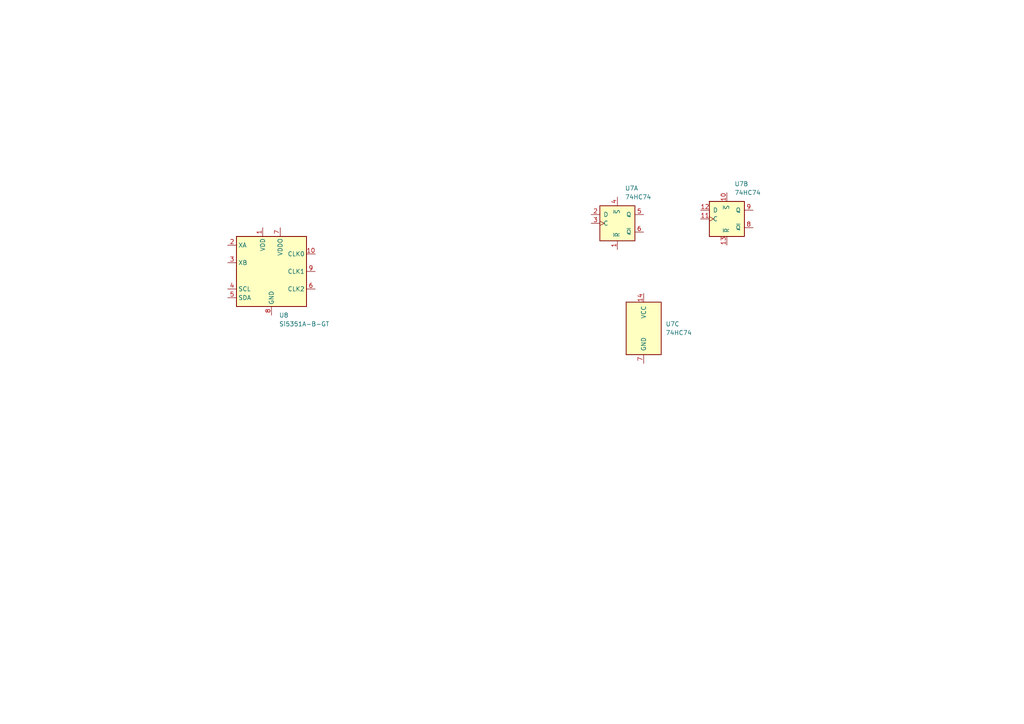
<source format=kicad_sch>
(kicad_sch (version 20231120) (generator "eeschema") (generator_version "8.0")
  (paper "A4")
  (lib_symbols
    (symbol "74xx:74HC74" (pin_names (offset 1.016))
      (property "Reference" "U" (at -7.62 8.89 0))
      (property "Value" "74HC74" (at -7.62 -8.89 0))
      (symbol "74HC74_1_0"
        (pin input line (at 0 -7.62 90) (length 2.54) (name "~{R}") (number "1"))
        (pin input line (at -7.62 2.54 0) (length 2.54) (name "D") (number "2"))
        (pin input clock (at -7.62 0 0) (length 2.54) (name "C") (number "3"))
        (pin input line (at 0 7.62 270) (length 2.54) (name "~{S}") (number "4"))
        (pin output line (at 7.62 2.54 180) (length 2.54) (name "Q") (number "5"))
        (pin output line (at 7.62 -2.54 180) (length 2.54) (name "~{Q}") (number "6"))
      )
      (symbol "74HC74_1_1"
        (rectangle (start -5.08 5.08) (end 5.08 -5.08) (stroke (width 0.254)) (fill (type background)))
      )
      (symbol "74HC74_2_0"
        (pin input line (at 0 7.62 270) (length 2.54) (name "~{S}") (number "10"))
        (pin input clock (at -7.62 0 0) (length 2.54) (name "C") (number "11"))
        (pin input line (at -7.62 2.54 0) (length 2.54) (name "D") (number "12"))
        (pin input line (at 0 -7.62 90) (length 2.54) (name "~{R}") (number "13"))
        (pin output line (at 7.62 -2.54 180) (length 2.54) (name "~{Q}") (number "8"))
        (pin output line (at 7.62 2.54 180) (length 2.54) (name "Q") (number "9"))
      )
      (symbol "74HC74_2_1"
        (rectangle (start -5.08 5.08) (end 5.08 -5.08) (stroke (width 0.254)) (fill (type background)))
      )
      (symbol "74HC74_3_0"
        (pin power_in line (at 0 10.16 270) (length 2.54) (name "VCC") (number "14"))
        (pin power_in line (at 0 -10.16 90) (length 2.54) (name "GND") (number "7"))
      )
      (symbol "74HC74_3_1"
        (rectangle (start -5.08 7.62) (end 5.08 -7.62) (stroke (width 0.254)) (fill (type background)))
      )
    )
    (symbol "Oscillator:Si5351A-B-GT"
      (property "Reference" "U" (at -8.89 11.43 0))
      (property "Value" "Si5351A-B-GT" (at -12.7 -12.7 0))
      (symbol "Si5351A-B-GT_0_1"
        (rectangle (start -10.16 10.16) (end 10.16 -10.16) (stroke (width 0.254)) (fill (type background)))
      )
      (symbol "Si5351A-B-GT_1_1"
        (pin power_in line (at -2.54 12.7 270) (length 2.54) (name "VDD") (number "1"))
        (pin output line (at 12.7 5.08 180) (length 2.54) (name "CLK0") (number "10"))
        (pin input line (at -12.7 7.62 0) (length 2.54) (name "XA") (number "2"))
        (pin input line (at -12.7 2.54 0) (length 2.54) (name "XB") (number "3"))
        (pin input line (at -12.7 -5.08 0) (length 2.54) (name "SCL") (number "4"))
        (pin bidirectional line (at -12.7 -7.62 0) (length 2.54) (name "SDA") (number "5"))
        (pin output line (at 12.7 -5.08 180) (length 2.54) (name "CLK2") (number "6"))
        (pin power_in line (at 2.54 12.7 270) (length 2.54) (name "VDDO") (number "7"))
        (pin power_in line (at 0 -12.7 90) (length 2.54) (name "GND") (number "8"))
        (pin output line (at 12.7 0 180) (length 2.54) (name "CLK1") (number "9"))
      )
    )
  )
  (symbol (lib_id "74xx:74HC74") (at 179.07 64.77 0) (unit 1)
    (property "Reference" "U7" (at 181.2641 54.61 0) (effects (justify left)))
    (property "Value" "74HC74" (at 181.2641 57.15 0) (effects (justify left)))
    (property "Datasheet" "74xx/74hc_hct74.pdf" (effects (hide yes)))
    (property "Description" "Dual D Flip-flop, Set & Reset" (effects (hide yes)))
  )
  (symbol (lib_id "74xx:74HC74") (at 186.69 95.25 0) (unit 3)
    (property "Reference" "U7" (at 193.04 93.9799 0) (effects (justify left)))
    (property "Value" "74HC74" (at 193.04 96.5199 0) (effects (justify left)))
    (property "Datasheet" "74xx/74hc_hct74.pdf" (effects (hide yes)))
    (property "Description" "Dual D Flip-flop, Set & Reset" (effects (hide yes)))
  )
  (symbol (lib_id "Oscillator:Si5351A-B-GT") (at 78.74 78.74 0) (unit 1)
    (property "Reference" "U8" (at 80.9341 91.44 0) (effects (justify left)))
    (property "Value" "Si5351A-B-GT" (at 80.9341 93.98 0) (effects (justify left)))
    (property "Footprint" "Package_SO:MSOP-10_3x3mm_P0.5mm" (effects (hide yes)))
    (property "Datasheet" "https://www.silabs.com/documents/public/data-sheets/Si5351-B.pdf" (effects (hide yes)))
    (property "Description" "I2C Programmable Any-Frequency CMOS Clock Generator, MSOP-8" (effects (hide yes)))
  )
  (symbol (lib_id "74xx:74HC74") (at 210.82 63.5 0) (unit 2)
    (property "Reference" "U7" (at 213.0141 53.34 0) (effects (justify left)))
    (property "Value" "74HC74" (at 213.0141 55.88 0) (effects (justify left)))
    (property "Datasheet" "74xx/74hc_hct74.pdf" (effects (hide yes)))
    (property "Description" "Dual D Flip-flop, Set & Reset" (effects (hide yes)))
  )
)
</source>
